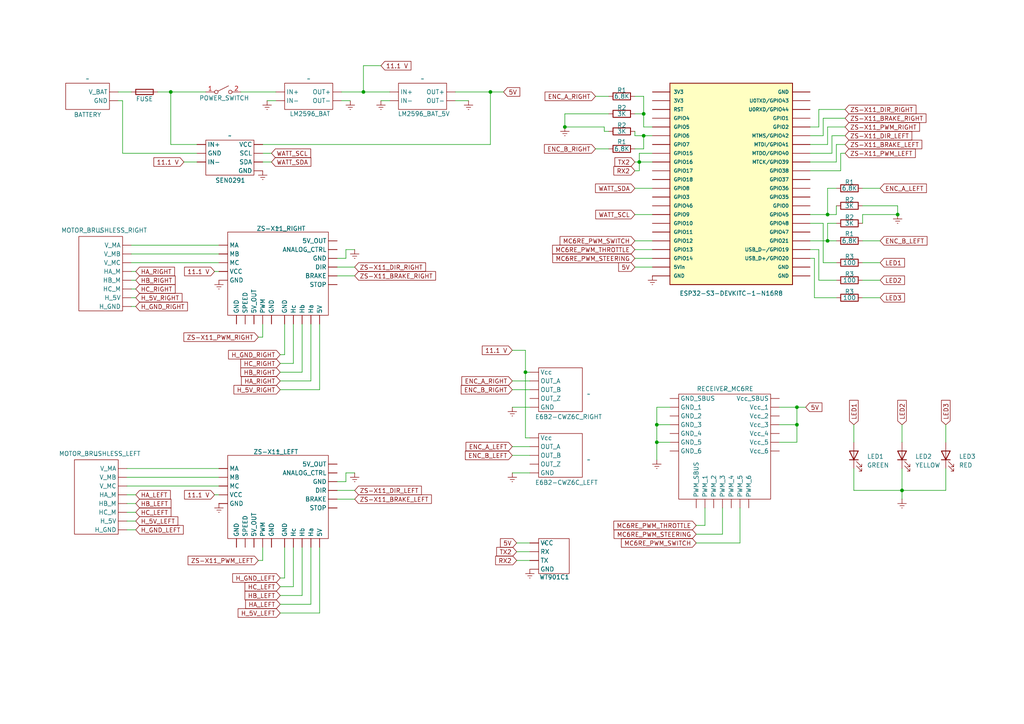
<source format=kicad_sch>
(kicad_sch (version 20250114) (generator "eeschema") (generator_version "9.0")
  (paper "A4")
  (title_block (title "Diseño electrónico Robot autobalanceado"))
  (lib_symbols
    (symbol "Device:Fuse" (pin_numbers (hide yes)) (pin_names (offset 0))
      (property "Reference" "F" (at 2.032 0 90))
      (property "Value" "Fuse" (at -1.905 0 90))
      (symbol "Fuse_0_1"
        (rectangle (start -0.762 -2.54) (end 0.762 2.54) (stroke (width 0.254)))
        (polyline (pts (xy 0 2.54) (xy 0 -2.54)))
      )
      (symbol "Fuse_1_1"
        (pin passive line (at 0 3.81 270) (length 1.27) (name "~") (number "1"))
        (pin passive line (at 0 -3.81 90) (length 1.27) (name "~") (number "2"))
      )
    )
    (symbol "Device:LED" (pin_numbers (hide yes)) (pin_names (offset 1.016) (hide yes))
      (property "Reference" "D" (at 0 2.54 0))
      (property "Value" "LED" (at 0 -2.54 0))
      (symbol "LED_0_1"
        (polyline (pts (xy -3.048 -0.762) (xy -4.572 -2.286) (xy -3.81 -2.286) (xy -4.572 -2.286) (xy -4.572 -1.524)))
        (polyline (pts (xy -1.778 -0.762) (xy -3.302 -2.286) (xy -2.54 -2.286) (xy -3.302 -2.286) (xy -3.302 -1.524)))
        (polyline (pts (xy -1.27 0) (xy 1.27 0)))
        (polyline (pts (xy -1.27 -1.27) (xy -1.27 1.27)) (stroke (width 0.254)))
        (polyline (pts (xy 1.27 -1.27) (xy 1.27 1.27) (xy -1.27 0) (xy 1.27 -1.27)) (stroke (width 0.254)))
      )
      (symbol "LED_1_1"
        (pin passive line (at -3.81 0 0) (length 2.54) (name "K") (number "1"))
        (pin passive line (at 3.81 0 180) (length 2.54) (name "A") (number "2"))
      )
    )
    (symbol "Device:R" (pin_numbers (hide yes)) (pin_names (offset 0))
      (property "Reference" "R" (at 2.032 0 90))
      (property "Value" "R" (at 0 0 90))
      (symbol "R_0_1"
        (rectangle (start -1.016 -2.54) (end 1.016 2.54) (stroke (width 0.254)))
      )
      (symbol "R_1_1"
        (pin passive line (at 0 3.81 270) (length 1.27) (name "~") (number "1"))
        (pin passive line (at 0 -3.81 90) (length 1.27) (name "~") (number "2"))
      )
    )
    (symbol "E6B2-CWZ6C_1"
      (property "Reference" "E6B2-CWZ6C" (at 1.27 -15.24 0))
      (symbol "E6B2-CWZ6C_1_0_1"
        (rectangle (start -5.08 -1.27) (end 7.62 -13.97))
      )
      (symbol "E6B2-CWZ6C_1_1_1"
        (pin power_in line (at -7.62 -2.54 0) (length 2.54) (name "Vcc") (number ""))
        (pin output line (at -7.62 -5.08 0) (length 2.54) (name "OUT_A") (number ""))
        (pin output line (at -7.62 -7.62 0) (length 2.54) (name "OUT_B") (number ""))
        (pin output line (at -7.62 -10.16 0) (length 2.54) (name "OUT_Z") (number ""))
        (pin power_in line (at -7.62 -12.7 0) (length 2.54) (name "GND") (number ""))
      )
    )
    (symbol "ESP32-S3-DEVKITC-1-N8R2:ESP32-S3-DEVKITC-1-N16R8" (pin_names (offset 1.016))
      (property "Value" "ESP32-S3-DEVKITC-1-N16R8" (at 0 -27.94 0))
      (symbol "ESP32-S3-DEVKITC-1-N16R8_0_0"
        (rectangle (start -17.78 33.02) (end 17.78 -25.4) (stroke (width 0.254)) (fill (type background)))
      )
      (symbol "ESP32-S3-DEVKITC-1-N16R8_1_0"
        (pin power_in line (at -22.86 30.48 0) (length 5.08) (name "3V3") (number ""))
        (pin power_in line (at -22.86 27.94 0) (length 5.08) (name "3V3") (number ""))
        (pin input line (at -22.86 25.4 0) (length 5.08) (name "RST") (number ""))
        (pin bidirectional line (at -22.86 22.86 0) (length 5.08) (name "GPIO4") (number ""))
        (pin bidirectional line (at -22.86 20.32 0) (length 5.08) (name "GPIO5") (number ""))
        (pin bidirectional line (at -22.86 17.78 0) (length 5.08) (name "GPIO6") (number ""))
        (pin bidirectional line (at -22.86 15.24 0) (length 5.08) (name "GPIO7") (number ""))
        (pin bidirectional line (at -22.86 12.7 0) (length 5.08) (name "GPIO15") (number ""))
        (pin bidirectional line (at -22.86 10.16 0) (length 5.08) (name "GPIO16") (number ""))
        (pin bidirectional line (at -22.86 7.62 0) (length 5.08) (name "GPIO17") (number ""))
        (pin bidirectional line (at -22.86 5.08 0) (length 5.08) (name "GPIO18") (number ""))
        (pin bidirectional line (at -22.86 2.54 0) (length 5.08) (name "GPIO8") (number ""))
        (pin bidirectional line (at -22.86 0 0) (length 5.08) (name "GPIO3") (number ""))
        (pin bidirectional line (at -22.86 -2.54 0) (length 5.08) (name "GPIO46") (number ""))
        (pin bidirectional line (at -22.86 -5.08 0) (length 5.08) (name "GPIO9") (number ""))
        (pin bidirectional line (at -22.86 -7.62 0) (length 5.08) (name "GPIO10") (number ""))
        (pin bidirectional line (at -22.86 -10.16 0) (length 5.08) (name "GPIO11") (number ""))
        (pin bidirectional line (at -22.86 -12.7 0) (length 5.08) (name "GPIO12") (number ""))
        (pin bidirectional line (at -22.86 -15.24 0) (length 5.08) (name "GPIO13") (number ""))
        (pin bidirectional line (at -22.86 -17.78 0) (length 5.08) (name "GPIO14") (number ""))
        (pin power_in line (at -22.86 -20.32 0) (length 5.08) (name "5Vin") (number ""))
        (pin power_in line (at -22.86 -22.86 0) (length 5.08) (name "GND") (number ""))
        (pin power_in line (at 22.86 30.48 180) (length 5.08) (name "GND") (number ""))
        (pin bidirectional line (at 22.86 27.94 180) (length 5.08) (name "U0TXD/GPIO43") (number ""))
        (pin bidirectional line (at 22.86 25.4 180) (length 5.08) (name "U0RXD/GPIO44") (number ""))
        (pin bidirectional line (at 22.86 22.86 180) (length 5.08) (name "GPIO1") (number ""))
        (pin bidirectional line (at 22.86 20.32 180) (length 5.08) (name "GPIO2") (number ""))
        (pin bidirectional line (at 22.86 17.78 180) (length 5.08) (name "MTMS/GPIO42") (number ""))
        (pin bidirectional line (at 22.86 15.24 180) (length 5.08) (name "MTDI/GPIO41") (number ""))
        (pin bidirectional line (at 22.86 12.7 180) (length 5.08) (name "MTDO/GPIO40") (number ""))
        (pin bidirectional line (at 22.86 10.16 180) (length 5.08) (name "MTCK/GPIO39") (number ""))
        (pin bidirectional line (at 22.86 7.62 180) (length 5.08) (name "GPIO38") (number ""))
        (pin bidirectional line (at 22.86 5.08 180) (length 5.08) (name "GPIO37") (number ""))
        (pin bidirectional line (at 22.86 2.54 180) (length 5.08) (name "GPIO36") (number ""))
        (pin bidirectional line (at 22.86 0 180) (length 5.08) (name "GPIO35") (number ""))
        (pin bidirectional line (at 22.86 -2.54 180) (length 5.08) (name "GPIO0") (number ""))
        (pin bidirectional line (at 22.86 -5.08 180) (length 5.08) (name "GPIO45") (number ""))
        (pin bidirectional line (at 22.86 -7.62 180) (length 5.08) (name "GPIO48") (number ""))
        (pin bidirectional line (at 22.86 -10.16 180) (length 5.08) (name "GPIO47") (number ""))
        (pin bidirectional line (at 22.86 -12.7 180) (length 5.08) (name "GPIO21") (number ""))
        (pin bidirectional line (at 22.86 -15.24 180) (length 5.08) (name "USB_D-/GPIO19") (number ""))
        (pin bidirectional line (at 22.86 -17.78 180) (length 5.08) (name "USB_D+/GPIO20") (number ""))
        (pin power_in line (at 22.86 -20.32 180) (length 5.08) (name "GND") (number ""))
        (pin power_in line (at 22.86 -22.86 180) (length 5.08) (name "GND") (number ""))
      )
    )
    (symbol "LM295_1"
      (property "Reference" "LM295" (at 2.032 -1.524 0))
      (symbol "LM295_1_0_1"
        (rectangle (start -5.08 -2.54) (end 8.89 -10.16))
      )
      (symbol "LM295_1_1_1"
        (pin power_in line (at -7.62 -5.08 0) (length 2.54) (name "IN+") (number ""))
        (pin power_in line (at -7.62 -7.62 0) (length 2.54) (name "IN-") (number ""))
        (pin power_in line (at 11.43 -5.08 180) (length 2.54) (name "OUT+") (number ""))
        (pin power_in line (at 11.43 -7.62 180) (length 2.54) (name "OUT-") (number ""))
      )
    )
    (symbol "MOTOR_BRUSSLESS_1"
      (property "Reference" "MOTOR_BRUSHLESS_LEFT1" (at -1.524 -2.032 0))
      (property "Value" "~" (at -2.54 -2.54 0))
      (symbol "MOTOR_BRUSSLESS_1_0_1"
        (rectangle (start -8.89 -3.81) (end 3.81 -25.4))
      )
      (symbol "MOTOR_BRUSSLESS_1_1_1"
        (pin power_in line (at 6.35 -6.35 180) (length 2.54) (name "V_MA") (number ""))
        (pin power_in line (at 6.35 -8.89 180) (length 2.54) (name "V_MB") (number ""))
        (pin power_in line (at 6.35 -11.43 180) (length 2.54) (name "V_MC") (number ""))
        (pin output line (at 6.35 -13.97 180) (length 2.54) (name "HA_M") (number ""))
        (pin output line (at 6.35 -16.51 180) (length 2.54) (name "HB_M") (number ""))
        (pin output line (at 6.35 -19.05 180) (length 2.54) (name "HC_M") (number ""))
        (pin power_in line (at 6.35 -21.59 180) (length 2.54) (name "H_5V") (number ""))
        (pin power_in line (at 6.35 -24.13 180) (length 2.54) (name "H_GND") (number ""))
      )
    )
    (symbol "MOTOR_BRUSSLESS_2"
      (property "Reference" "MOTOR_BRUSHLESS_LEFT1" (at -1.524 -2.032 0))
      (property "Value" "~" (at -2.54 -2.54 0))
      (symbol "MOTOR_BRUSSLESS_2_0_1"
        (rectangle (start -8.89 -3.81) (end 3.81 -25.4))
      )
      (symbol "MOTOR_BRUSSLESS_2_1_1"
        (pin power_in line (at 6.35 -6.35 180) (length 2.54) (name "V_MA") (number ""))
        (pin power_in line (at 6.35 -8.89 180) (length 2.54) (name "V_MB") (number ""))
        (pin power_in line (at 6.35 -11.43 180) (length 2.54) (name "V_MC") (number ""))
        (pin output line (at 6.35 -13.97 180) (length 2.54) (name "HA_M") (number ""))
        (pin output line (at 6.35 -16.51 180) (length 2.54) (name "HB_M") (number ""))
        (pin output line (at 6.35 -19.05 180) (length 2.54) (name "HC_M") (number ""))
        (pin power_in line (at 6.35 -21.59 180) (length 2.54) (name "H_5V") (number ""))
        (pin power_in line (at 6.35 -24.13 180) (length 2.54) (name "H_GND") (number ""))
      )
    )
    (symbol "Switch:SW_DPST_x2" (pin_names (offset 0) (hide yes))
      (property "Reference" "SW" (at 0 3.175 0))
      (property "Value" "SW_DPST_x2" (at 0 -2.54 0))
      (symbol "SW_DPST_x2_0_0"
        (circle (center -2.032 0) (radius 0.508))
        (polyline (pts (xy -1.524 0.254) (xy 1.524 1.778)))
        (circle (center 2.032 0) (radius 0.508))
      )
      (symbol "SW_DPST_x2_1_1"
        (pin passive line (at -5.08 0 0) (length 2.54) (name "A") (number "1"))
        (pin passive line (at 5.08 0 180) (length 2.54) (name "B") (number "2"))
      )
      (symbol "SW_DPST_x2_2_1"
        (pin passive line (at -5.08 0 0) (length 2.54) (name "A") (number "3"))
        (pin passive line (at 5.08 0 180) (length 2.54) (name "B") (number "4"))
      )
    )
    (symbol "ZS-X11_1"
      (property "Reference" "ZS-X11" (at -9.652 -1.016 0))
      (symbol "ZS-X11_1_0_1"
        (rectangle (start -24.13 -2.54) (end 5.08 -26.67))
      )
      (symbol "ZS-X11_1_1_0"
        (pin power_in line (at -26.67 -6.35 0) (length 2.54) (name "MA") (number ""))
        (pin power_out line (at -26.67 -8.89 0) (length 2.54) (name "MB") (number ""))
        (pin power_in line (at -26.67 -11.43 0) (length 2.54) (name "MC") (number ""))
        (pin power_in line (at -26.67 -13.97 0) (length 2.54) (name "VCC") (number ""))
        (pin power_in line (at -26.67 -16.51 0) (length 2.54) (name "GND") (number ""))
        (pin power_out line (at -21.59 -29.21 90) (length 2.54) (name "GND") (number ""))
        (pin input line (at -19.05 -29.21 90) (length 2.54) (name "SPEED") (number ""))
        (pin power_out line (at -16.51 -29.21 90) (length 2.54) (name "5V_OUT") (number ""))
        (pin power_out line (at -13.97 -29.21 90) (length 2.54) (name "PWM") (number ""))
        (pin power_out line (at -11.43 -29.21 90) (length 2.54) (name "GND") (number ""))
        (pin power_out line (at -7.62 -29.21 90) (length 2.54) (name "GND") (number ""))
        (pin output line (at -5.08 -29.21 90) (length 2.54) (name "Hc") (number ""))
        (pin output line (at -2.54 -29.21 90) (length 2.54) (name "Hb") (number ""))
        (pin output line (at 0 -29.21 90) (length 2.54) (name "Ha") (number ""))
        (pin power_out line (at 2.54 -29.21 90) (length 2.54) (name "5V") (number ""))
        (pin power_in line (at 7.62 -10.16 180) (length 2.54) (name "GND") (number ""))
        (pin input line (at 7.62 -12.7 180) (length 2.54) (name "DIR") (number ""))
        (pin input line (at 7.62 -15.24 180) (length 2.54) (name "BRAKE") (number ""))
        (pin input line (at 7.62 -17.78 180) (length 2.54) (name "STOP") (number ""))
      )
      (symbol "ZS-X11_1_1_1"
        (pin power_out line (at 7.62 -5.08 180) (length 2.54) (name "5V_OUT") (number ""))
        (pin output line (at 7.62 -7.62 180) (length 2.54) (name "ANALOG_CTRL") (number ""))
      )
    )
    (symbol "mario:BATERIA"
      (property "Reference" "BATTERY" (at 0 0 0))
      (symbol "BATERIA_0_1"
        (rectangle (start -6.35 -1.27) (end 6.35 -8.89))
      )
      (symbol "BATERIA_1_1"
        (pin input line (at 8.89 -3.81 180) (length 2.54) (name "V_BAT") (number ""))
        (pin input line (at 8.89 -6.35 180) (length 2.54) (name "GND") (number ""))
      )
    )
    (symbol "mario:E6B2-CWZ6C"
      (property "Reference" "E6B2-CWZ6C" (at 1.27 -15.24 0))
      (symbol "E6B2-CWZ6C_0_1"
        (rectangle (start -5.08 -1.27) (end 7.62 -13.97))
      )
      (symbol "E6B2-CWZ6C_1_1"
        (pin power_in line (at -7.62 -2.54 0) (length 2.54) (name "Vcc") (number ""))
        (pin output line (at -7.62 -5.08 0) (length 2.54) (name "OUT_A") (number ""))
        (pin output line (at -7.62 -7.62 0) (length 2.54) (name "OUT_B") (number ""))
        (pin output line (at -7.62 -10.16 0) (length 2.54) (name "OUT_Z") (number ""))
        (pin power_in line (at -7.62 -12.7 0) (length 2.54) (name "GND") (number ""))
      )
    )
    (symbol "mario:LM295"
      (property "Reference" "LM295" (at 2.032 -1.524 0))
      (symbol "LM295_0_1"
        (rectangle (start -5.08 -2.54) (end 8.89 -10.16))
      )
      (symbol "LM295_1_1"
        (pin power_in line (at -7.62 -5.08 0) (length 2.54) (name "IN+") (number ""))
        (pin power_in line (at -7.62 -7.62 0) (length 2.54) (name "IN-") (number ""))
        (pin power_in line (at 11.43 -5.08 180) (length 2.54) (name "OUT+") (number ""))
        (pin power_in line (at 11.43 -7.62 180) (length 2.54) (name "OUT-") (number ""))
      )
    )
    (symbol "mario:MC6RE"
      (symbol "MC6RE_0_1"
        (rectangle (start -21.59 6.35) (end 5.08 -24.13))
      )
      (symbol "MC6RE_1_1"
        (pin power_in line (at -24.13 5.08 0) (length 2.54) (name "GND_SBUS") (number ""))
        (pin power_in line (at -24.13 2.54 0) (length 2.54) (name "GND_1") (number ""))
        (pin power_in line (at -24.13 0 0) (length 2.54) (name "GND_2") (number ""))
        (pin power_in line (at -24.13 -2.54 0) (length 2.54) (name "GND_3") (number ""))
        (pin power_in line (at -24.13 -5.08 0) (length 2.54) (name "GND_4") (number ""))
        (pin power_in line (at -24.13 -7.62 0) (length 2.54) (name "GND_5") (number ""))
        (pin power_in line (at -24.13 -10.16 0) (length 2.54) (name "GND_6") (number ""))
        (pin power_in line (at -16.51 -26.67 90) (length 2.54) (name "PWM_SBUS") (number ""))
        (pin power_in line (at -13.97 -26.67 90) (length 2.54) (name "PWM_1") (number ""))
        (pin power_in line (at -11.43 -26.67 90) (length 2.54) (name "PWM_2") (number ""))
        (pin power_in line (at -8.89 -26.67 90) (length 2.54) (name "PWM_3") (number ""))
        (pin power_in line (at -6.35 -26.67 90) (length 2.54) (name "PWM_4") (number ""))
        (pin power_in line (at -3.81 -26.67 90) (length 2.54) (name "PWM_5") (number ""))
        (pin power_in line (at -1.27 -26.67 90) (length 2.54) (name "PWM_6") (number ""))
        (pin power_in line (at 7.62 5.08 180) (length 2.54) (name "Vcc_SBUS") (number ""))
        (pin power_in line (at 7.62 2.54 180) (length 2.54) (name "Vcc_1") (number ""))
        (pin power_in line (at 7.62 0 180) (length 2.54) (name "Vcc_2") (number ""))
        (pin power_in line (at 7.62 -2.54 180) (length 2.54) (name "Vcc_3") (number ""))
        (pin power_in line (at 7.62 -5.08 180) (length 2.54) (name "Vcc_4") (number ""))
        (pin power_in line (at 7.62 -7.62 180) (length 2.54) (name "Vcc_5") (number ""))
        (pin power_in line (at 7.62 -10.16 180) (length 2.54) (name "Vcc_6") (number ""))
      )
    )
    (symbol "mario:SEN0291"
      (property "Reference" "SEN0291" (at 2.032 -15.494 0))
      (property "Value" "~" (at 1.905 -2.54 0))
      (symbol "SEN0291_0_1"
        (rectangle (start -5.08 -3.81) (end 8.89 -13.97))
      )
      (symbol "SEN0291_1_0"
        (pin power_in line (at -7.62 -7.62 0) (length 2.54) (name "GND") (number ""))
        (pin output line (at 11.43 -7.62 180) (length 2.54) (name "SCL") (number ""))
        (pin bidirectional line (at 11.43 -10.16 180) (length 2.54) (name "SDA") (number ""))
      )
      (symbol "SEN0291_1_1"
        (pin input line (at -7.62 -5.08 0) (length 2.54) (name "IN+") (number ""))
        (pin input line (at -7.62 -10.16 0) (length 2.54) (name "IN-") (number ""))
        (pin power_in line (at 11.43 -5.08 180) (length 2.54) (name "VCC") (number ""))
        (pin power_in line (at 11.43 -12.7 180) (length 2.54) (name "GND") (number ""))
      )
    )
    (symbol "mario:WT901C"
      (property "Reference" "WT901C1" (at 2.032 -11.176 0))
      (property "Value" "~" (at -0.635 -1.27 0))
      (symbol "WT901C_0_1"
        (rectangle (start 6.35 -10.16) (end -2.54 0))
      )
      (symbol "WT901C_1_0"
        (pin output line (at -5.08 -6.35 0) (length 2.54) (name "TX") (number ""))
        (pin power_in line (at -5.08 -8.89 0) (length 2.54) (name "GND") (number ""))
      )
      (symbol "WT901C_1_1"
        (pin power_in line (at -5.08 -1.27 0) (length 2.54) (name "VCC") (number ""))
        (pin input line (at -5.08 -3.81 0) (length 2.54) (name "RX") (number ""))
      )
    )
    (symbol "mario:ZS-X11"
      (property "Reference" "ZS-X11" (at -9.652 -1.016 0))
      (symbol "ZS-X11_0_1"
        (rectangle (start -24.13 -2.54) (end 5.08 -26.67))
      )
      (symbol "ZS-X11_1_0"
        (pin power_in line (at -26.67 -6.35 0) (length 2.54) (name "MA") (number ""))
        (pin power_out line (at -26.67 -8.89 0) (length 2.54) (name "MB") (number ""))
        (pin power_in line (at -26.67 -11.43 0) (length 2.54) (name "MC") (number ""))
        (pin power_in line (at -26.67 -13.97 0) (length 2.54) (name "VCC") (number ""))
        (pin power_in line (at -26.67 -16.51 0) (length 2.54) (name "GND") (number ""))
        (pin power_out line (at -21.59 -29.21 90) (length 2.54) (name "GND") (number ""))
        (pin input line (at -19.05 -29.21 90) (length 2.54) (name "SPEED") (number ""))
        (pin power_out line (at -16.51 -29.21 90) (length 2.54) (name "5V_OUT") (number ""))
        (pin power_out line (at -13.97 -29.21 90) (length 2.54) (name "PWM") (number ""))
        (pin power_out line (at -11.43 -29.21 90) (length 2.54) (name "GND") (number ""))
        (pin power_out line (at -7.62 -29.21 90) (length 2.54) (name "GND") (number ""))
        (pin output line (at -5.08 -29.21 90) (length 2.54) (name "Hc") (number ""))
        (pin output line (at -2.54 -29.21 90) (length 2.54) (name "Hb") (number ""))
        (pin output line (at 0 -29.21 90) (length 2.54) (name "Ha") (number ""))
        (pin power_out line (at 2.54 -29.21 90) (length 2.54) (name "5V") (number ""))
        (pin power_in line (at 7.62 -10.16 180) (length 2.54) (name "GND") (number ""))
        (pin input line (at 7.62 -12.7 180) (length 2.54) (name "DIR") (number ""))
        (pin input line (at 7.62 -15.24 180) (length 2.54) (name "BRAKE") (number ""))
        (pin input line (at 7.62 -17.78 180) (length 2.54) (name "STOP") (number ""))
      )
      (symbol "ZS-X11_1_1"
        (pin power_out line (at 7.62 -5.08 180) (length 2.54) (name "5V_OUT") (number ""))
        (pin output line (at 7.62 -7.62 180) (length 2.54) (name "ANALOG_CTRL") (number ""))
      )
    )
    (symbol "power:Earth" (power) (pin_numbers (hide yes)) (pin_names (offset 0) (hide yes))
      (property "Value" "Earth" (at 0 -3.81 0))
      (symbol "Earth_0_1"
        (polyline (pts (xy -0.635 -1.905) (xy 0.635 -1.905)))
        (polyline (pts (xy -0.127 -2.54) (xy 0.127 -2.54)))
        (polyline (pts (xy 0 -1.27) (xy 0 0)))
        (polyline (pts (xy 1.27 -1.27) (xy -1.27 -1.27)))
      )
      (symbol "Earth_1_1"
        (pin power_in line (at 0 0 270) (length 0) (name "~") (number "1"))
      )
    )
  )
  (junction (at 105.41 26.67))
  (junction (at 186.69 33.02))
  (junction (at 163.83 36.83))
  (junction (at 142.24 26.67))
  (junction (at 186.69 39.37))
  (junction (at 231.14 123.19))
  (junction (at 185.42 46.99))
  (junction (at 49.53 26.67))
  (junction (at 240.03 62.23))
  (junction (at 261.62 142.24))
  (junction (at 190.5 123.19))
  (junction (at 260.35 62.23))
  (junction (at 190.5 128.27))
  (junction (at 240.03 69.85))
  (junction (at 231.14 118.11))
  (junction (at 152.4 107.95))
  (wire (pts (xy 238.76 39.37) (xy 234.95 39.37)))
  (wire (pts (xy 110.49 19.05) (xy 105.41 19.05)))
  (wire (pts (xy 241.3 44.45) (xy 234.95 44.45)))
  (wire (pts (xy 190.5 128.27) (xy 194.31 128.27)))
  (wire (pts (xy 185.42 46.99) (xy 189.23 46.99)))
  (wire (pts (xy 85.09 93.98) (xy 85.09 105.41)))
  (wire (pts (xy 204.47 147.32) (xy 204.47 152.4)))
  (wire (pts (xy 105.41 19.05) (xy 105.41 26.67)))
  (wire (pts (xy 36.83 138.43) (xy 63.5 138.43)))
  (wire (pts (xy 49.53 26.67) (xy 59.69 26.67)))
  (wire (pts (xy 175.26 38.1) (xy 176.53 38.1)))
  (wire (pts (xy 184.15 27.94) (xy 186.69 27.94)))
  (wire (pts (xy 97.79 77.47) (xy 102.87 77.47)))
  (wire (pts (xy 250.19 64.77) (xy 250.19 62.23)))
  (wire (pts (xy 81.28 177.8) (xy 92.71 177.8)))
  (wire (pts (xy 186.69 27.94) (xy 186.69 33.02)))
  (wire (pts (xy 69.85 26.67) (xy 80.01 26.67)))
  (wire (pts (xy 242.57 76.2) (xy 238.76 76.2)))
  (wire (pts (xy 185.42 49.53) (xy 185.42 46.99)))
  (wire (pts (xy 76.2 97.79) (xy 74.93 97.79)))
  (wire (pts (xy 240.03 36.83) (xy 245.11 36.83)))
  (wire (pts (xy 76.2 44.45) (xy 78.74 44.45)))
  (wire (pts (xy 81.28 105.41) (xy 85.09 105.41)))
  (wire (pts (xy 243.84 44.45) (xy 243.84 49.53)))
  (wire (pts (xy 242.57 46.99) (xy 234.95 46.99)))
  (wire (pts (xy 99.06 26.67) (xy 105.41 26.67)))
  (wire (pts (xy 274.32 123.19) (xy 274.32 128.27)))
  (wire (pts (xy 38.1 71.12) (xy 63.5 71.12)))
  (wire (pts (xy 184.15 49.53) (xy 185.42 49.53)))
  (wire (pts (xy 250.19 54.61) (xy 255.27 54.61)))
  (wire (pts (xy 87.63 93.98) (xy 87.63 107.95)))
  (wire (pts (xy 238.76 34.29) (xy 238.76 39.37)))
  (wire (pts (xy 81.28 167.64) (xy 82.55 167.64)))
  (wire (pts (xy 237.49 72.39) (xy 234.95 72.39)))
  (wire (pts (xy 81.28 170.18) (xy 85.09 170.18)))
  (wire (pts (xy 62.23 143.51) (xy 63.5 143.51)))
  (wire (pts (xy 148.59 132.08) (xy 153.67 132.08)))
  (wire (pts (xy 175.26 38.1) (xy 175.26 36.83)))
  (wire (pts (xy 76.2 41.91) (xy 142.24 41.91)))
  (wire (pts (xy 201.93 154.94) (xy 209.55 154.94)))
  (wire (pts (xy 185.42 44.45) (xy 189.23 44.45)))
  (wire (pts (xy 231.14 123.19) (xy 231.14 118.11)))
  (wire (pts (xy 226.06 118.11) (xy 231.14 118.11)))
  (wire (pts (xy 148.59 101.6) (xy 152.4 101.6)))
  (wire (pts (xy 100.33 137.16) (xy 102.87 137.16)))
  (wire (pts (xy 176.53 33.02) (xy 163.83 33.02)))
  (wire (pts (xy 36.83 153.67) (xy 39.37 153.67)))
  (wire (pts (xy 237.49 31.75) (xy 245.11 31.75)))
  (wire (pts (xy 184.15 43.18) (xy 186.69 43.18)))
  (wire (pts (xy 234.95 62.23) (xy 240.03 62.23)))
  (wire (pts (xy 241.3 39.37) (xy 241.3 44.45)))
  (wire (pts (xy 243.84 49.53) (xy 234.95 49.53)))
  (wire (pts (xy 184.15 54.61) (xy 189.23 54.61)))
  (wire (pts (xy 260.35 59.69) (xy 260.35 62.23)))
  (wire (pts (xy 36.83 148.59) (xy 39.37 148.59)))
  (wire (pts (xy 100.33 72.39) (xy 102.87 72.39)))
  (wire (pts (xy 184.15 33.02) (xy 186.69 33.02)))
  (wire (pts (xy 76.2 93.98) (xy 76.2 97.79)))
  (wire (pts (xy 97.79 144.78) (xy 102.87 144.78)))
  (wire (pts (xy 234.95 69.85) (xy 240.03 69.85)))
  (wire (pts (xy 110.49 29.21) (xy 113.03 29.21)))
  (wire (pts (xy 250.19 59.69) (xy 260.35 59.69)))
  (wire (pts (xy 236.22 86.36) (xy 236.22 74.93)))
  (wire (pts (xy 38.1 86.36) (xy 39.37 86.36)))
  (wire (pts (xy 242.57 41.91) (xy 242.57 46.99)))
  (wire (pts (xy 100.33 72.39) (xy 100.33 74.93)))
  (wire (pts (xy 87.63 107.95) (xy 81.28 107.95)))
  (wire (pts (xy 149.86 162.56) (xy 153.67 162.56)))
  (wire (pts (xy 226.06 128.27) (xy 231.14 128.27)))
  (wire (pts (xy 90.17 93.98) (xy 90.17 110.49)))
  (wire (pts (xy 184.15 62.23) (xy 189.23 62.23)))
  (wire (pts (xy 34.29 26.67) (xy 38.1 26.67)))
  (wire (pts (xy 241.3 39.37) (xy 245.11 39.37)))
  (wire (pts (xy 35.56 29.21) (xy 35.56 44.45)))
  (wire (pts (xy 250.19 86.36) (xy 255.27 86.36)))
  (wire (pts (xy 148.59 113.03) (xy 153.67 113.03)))
  (wire (pts (xy 231.14 118.11) (xy 233.68 118.11)))
  (wire (pts (xy 190.5 123.19) (xy 194.31 123.19)))
  (wire (pts (xy 148.59 129.54) (xy 153.67 129.54)))
  (wire (pts (xy 38.1 76.2) (xy 63.5 76.2)))
  (wire (pts (xy 152.4 107.95) (xy 153.67 107.95)))
  (wire (pts (xy 186.69 39.37) (xy 189.23 39.37)))
  (wire (pts (xy 184.15 39.37) (xy 186.69 39.37)))
  (wire (pts (xy 184.15 69.85) (xy 189.23 69.85)))
  (wire (pts (xy 45.72 26.67) (xy 49.53 26.67)))
  (wire (pts (xy 57.15 41.91) (xy 49.53 41.91)))
  (wire (pts (xy 153.67 127) (xy 152.4 127)))
  (wire (pts (xy 76.2 46.99) (xy 78.74 46.99)))
  (wire (pts (xy 238.76 64.77) (xy 234.95 64.77)))
  (wire (pts (xy 250.19 62.23) (xy 260.35 62.23)))
  (wire (pts (xy 148.59 110.49) (xy 153.67 110.49)))
  (wire (pts (xy 81.28 175.26) (xy 90.17 175.26)))
  (wire (pts (xy 201.93 157.48) (xy 214.63 157.48)))
  (wire (pts (xy 77.47 29.21) (xy 80.01 29.21)))
  (wire (pts (xy 36.83 146.05) (xy 39.37 146.05)))
  (wire (pts (xy 90.17 175.26) (xy 90.17 158.75)))
  (wire (pts (xy 172.72 27.94) (xy 176.53 27.94)))
  (wire (pts (xy 231.14 128.27) (xy 231.14 123.19)))
  (wire (pts (xy 226.06 123.19) (xy 231.14 123.19)))
  (wire (pts (xy 240.03 64.77) (xy 240.03 69.85)))
  (wire (pts (xy 38.1 88.9) (xy 39.37 88.9)))
  (wire (pts (xy 152.4 127) (xy 152.4 107.95)))
  (wire (pts (xy 38.1 73.66) (xy 63.5 73.66)))
  (wire (pts (xy 142.24 26.67) (xy 146.05 26.67)))
  (wire (pts (xy 247.65 135.89) (xy 247.65 142.24)))
  (wire (pts (xy 186.69 36.83) (xy 189.23 36.83)))
  (wire (pts (xy 148.59 137.16) (xy 153.67 137.16)))
  (wire (pts (xy 274.32 135.89) (xy 274.32 142.24)))
  (wire (pts (xy 238.76 76.2) (xy 238.76 64.77)))
  (wire (pts (xy 237.49 31.75) (xy 237.49 36.83)))
  (wire (pts (xy 243.84 44.45) (xy 245.11 44.45)))
  (wire (pts (xy 87.63 158.75) (xy 87.63 172.72)))
  (wire (pts (xy 34.29 29.21) (xy 35.56 29.21)))
  (wire (pts (xy 49.53 41.91) (xy 49.53 26.67)))
  (wire (pts (xy 274.32 142.24) (xy 261.62 142.24)))
  (wire (pts (xy 242.57 54.61) (xy 240.03 54.61)))
  (wire (pts (xy 240.03 69.85) (xy 242.57 69.85)))
  (wire (pts (xy 186.69 33.02) (xy 186.69 36.83)))
  (wire (pts (xy 36.83 135.89) (xy 63.5 135.89)))
  (wire (pts (xy 149.86 160.02) (xy 153.67 160.02)))
  (wire (pts (xy 148.59 118.11) (xy 153.67 118.11)))
  (wire (pts (xy 238.76 34.29) (xy 245.11 34.29)))
  (wire (pts (xy 38.1 78.74) (xy 39.37 78.74)))
  (wire (pts (xy 85.09 170.18) (xy 85.09 158.75)))
  (wire (pts (xy 132.08 26.67) (xy 142.24 26.67)))
  (wire (pts (xy 74.93 162.56) (xy 76.2 162.56)))
  (wire (pts (xy 204.47 152.4) (xy 201.93 152.4)))
  (wire (pts (xy 240.03 54.61) (xy 240.03 62.23)))
  (wire (pts (xy 236.22 74.93) (xy 234.95 74.93)))
  (wire (pts (xy 184.15 77.47) (xy 189.23 77.47)))
  (wire (pts (xy 240.03 62.23) (xy 242.57 62.23)))
  (wire (pts (xy 97.79 139.7) (xy 100.33 139.7)))
  (wire (pts (xy 81.28 110.49) (xy 90.17 110.49)))
  (wire (pts (xy 36.83 151.13) (xy 39.37 151.13)))
  (wire (pts (xy 190.5 118.11) (xy 190.5 123.19)))
  (wire (pts (xy 149.86 157.48) (xy 153.67 157.48)))
  (wire (pts (xy 250.19 69.85) (xy 255.27 69.85)))
  (wire (pts (xy 190.5 123.19) (xy 190.5 128.27)))
  (wire (pts (xy 81.28 102.87) (xy 82.55 102.87)))
  (wire (pts (xy 175.26 36.83) (xy 163.83 36.83)))
  (wire (pts (xy 97.79 142.24) (xy 102.87 142.24)))
  (wire (pts (xy 237.49 81.28) (xy 237.49 72.39)))
  (wire (pts (xy 152.4 101.6) (xy 152.4 107.95)))
  (wire (pts (xy 82.55 93.98) (xy 82.55 102.87)))
  (wire (pts (xy 237.49 81.28) (xy 242.57 81.28)))
  (wire (pts (xy 255.27 76.2) (xy 250.19 76.2)))
  (wire (pts (xy 53.34 46.99) (xy 57.15 46.99)))
  (wire (pts (xy 242.57 64.77) (xy 240.03 64.77)))
  (wire (pts (xy 261.62 123.19) (xy 261.62 128.27)))
  (wire (pts (xy 184.15 72.39) (xy 189.23 72.39)))
  (wire (pts (xy 35.56 44.45) (xy 57.15 44.45)))
  (wire (pts (xy 82.55 158.75) (xy 82.55 167.64)))
  (wire (pts (xy 184.15 38.1) (xy 184.15 39.37)))
  (wire (pts (xy 163.83 33.02) (xy 163.83 36.83)))
  (wire (pts (xy 38.1 81.28) (xy 39.37 81.28)))
  (wire (pts (xy 242.57 41.91) (xy 245.11 41.91)))
  (wire (pts (xy 87.63 172.72) (xy 81.28 172.72)))
  (wire (pts (xy 240.03 36.83) (xy 240.03 41.91)))
  (wire (pts (xy 190.5 128.27) (xy 190.5 133.35)))
  (wire (pts (xy 261.62 135.89) (xy 261.62 142.24)))
  (wire (pts (xy 237.49 36.83) (xy 234.95 36.83)))
  (wire (pts (xy 100.33 74.93) (xy 97.79 74.93)))
  (wire (pts (xy 63.5 78.74) (xy 62.23 78.74)))
  (wire (pts (xy 132.08 29.21) (xy 135.89 29.21)))
  (wire (pts (xy 214.63 157.48) (xy 214.63 147.32)))
  (wire (pts (xy 92.71 93.98) (xy 92.71 113.03)))
  (wire (pts (xy 99.06 29.21) (xy 101.6 29.21)))
  (wire (pts (xy 36.83 140.97) (xy 63.5 140.97)))
  (wire (pts (xy 97.79 80.01) (xy 102.87 80.01)))
  (wire (pts (xy 247.65 123.19) (xy 247.65 128.27)))
  (wire (pts (xy 194.31 118.11) (xy 190.5 118.11)))
  (wire (pts (xy 76.2 162.56) (xy 76.2 158.75)))
  (wire (pts (xy 36.83 143.51) (xy 39.37 143.51)))
  (wire (pts (xy 105.41 26.67) (xy 113.03 26.67)))
  (wire (pts (xy 184.15 46.99) (xy 185.42 46.99)))
  (wire (pts (xy 185.42 46.99) (xy 185.42 44.45)))
  (wire (pts (xy 236.22 86.36) (xy 242.57 86.36)))
  (wire (pts (xy 92.71 177.8) (xy 92.71 158.75)))
  (wire (pts (xy 100.33 139.7) (xy 100.33 137.16)))
  (wire (pts (xy 184.15 74.93) (xy 189.23 74.93)))
  (wire (pts (xy 250.19 81.28) (xy 255.27 81.28)))
  (wire (pts (xy 186.69 43.18) (xy 186.69 39.37)))
  (wire (pts (xy 261.62 144.78) (xy 261.62 142.24)))
  (wire (pts (xy 142.24 26.67) (xy 142.24 41.91)))
  (wire (pts (xy 209.55 154.94) (xy 209.55 147.32)))
  (wire (pts (xy 81.28 113.03) (xy 92.71 113.03)))
  (wire (pts (xy 247.65 142.24) (xy 261.62 142.24)))
  (wire (pts (xy 172.72 43.18) (xy 176.53 43.18)))
  (wire (pts (xy 38.1 83.82) (xy 39.37 83.82)))
  (wire (pts (xy 242.57 62.23) (xy 242.57 59.69)))
  (wire (pts (xy 240.03 41.91) (xy 234.95 41.91)))
  (global_label "ENC_B_LEFT" (shape input) (at 148.59 132.08 180) (property "Intersheetrefs" "${INTERSHEET_REFS}" (effects (hide yes))))
  (global_label "WATT_SCL" (shape input) (at 184.15 62.23 180) (property "Intersheetrefs" "${INTERSHEET_REFS}" (effects (hide yes))))
  (global_label "ZS-X11_DIR_LEFT" (shape input) (at 102.87 142.24 0) (property "Intersheetrefs" "${INTERSHEET_REFS}" (effects (hide yes))))
  (global_label "MC6RE_PWM_STEERING" (shape input) (at 184.15 74.93 180) (property "Intersheetrefs" "${INTERSHEET_REFS}" (effects (hide yes))))
  (global_label "5V" (shape input) (at 233.68 118.11 0) (property "Intersheetrefs" "${INTERSHEET_REFS}" (effects (hide yes))))
  (global_label "TX2" (shape input) (at 184.15 46.99 180) (property "Intersheetrefs" "${INTERSHEET_REFS}" (effects (hide yes))))
  (global_label "5V" (shape input) (at 149.86 157.48 180) (property "Intersheetrefs" "${INTERSHEET_REFS}" (effects (hide yes))))
  (global_label "11.1 V" (shape input) (at 62.23 143.51 180) (property "Intersheetrefs" "${INTERSHEET_REFS}" (effects (hide yes))))
  (global_label "H_5V_LEFT" (shape input) (at 39.37 151.13 0) (property "Intersheetrefs" "${INTERSHEET_REFS}" (effects (hide yes))))
  (global_label "H_GND_LEFT" (shape input) (at 81.28 167.64 180) (property "Intersheetrefs" "${INTERSHEET_REFS}" (effects (hide yes))))
  (global_label "HB_LEFT" (shape input) (at 39.37 146.05 0) (property "Intersheetrefs" "${INTERSHEET_REFS}" (effects (hide yes))))
  (global_label "WATT_SDA" (shape input) (at 184.15 54.61 180) (property "Intersheetrefs" "${INTERSHEET_REFS}" (effects (hide yes))))
  (global_label "HA_LEFT" (shape input) (at 81.28 175.26 180) (property "Intersheetrefs" "${INTERSHEET_REFS}" (effects (hide yes))))
  (global_label "ZS-X11_PWM_LEFT" (shape input) (at 245.11 44.45 0) (property "Intersheetrefs" "${INTERSHEET_REFS}" (effects (hide yes))))
  (global_label "ENC_A_RIGHT" (shape input) (at 172.72 27.94 180) (property "Intersheetrefs" "${INTERSHEET_REFS}" (effects (hide yes))))
  (global_label "H_5V_LEFT" (shape input) (at 81.28 177.8 180) (property "Intersheetrefs" "${INTERSHEET_REFS}" (effects (hide yes))))
  (global_label "ZS-X11_DIR_RIGHT" (shape input) (at 245.11 31.75 0) (property "Intersheetrefs" "${INTERSHEET_REFS}" (effects (hide yes))))
  (global_label "ZS-X11_BRAKE_LEFT" (shape input) (at 245.11 41.91 0) (property "Intersheetrefs" "${INTERSHEET_REFS}" (effects (hide yes))))
  (global_label "HB_RIGHT" (shape input) (at 39.37 81.28 0) (property "Intersheetrefs" "${INTERSHEET_REFS}" (effects (hide yes))))
  (global_label "TX2" (shape input) (at 149.86 160.02 180) (property "Intersheetrefs" "${INTERSHEET_REFS}" (effects (hide yes))))
  (global_label "5V" (shape input) (at 184.15 77.47 180) (property "Intersheetrefs" "${INTERSHEET_REFS}" (effects (hide yes))))
  (global_label "H_GND_RIGHT" (shape input) (at 81.28 102.87 180) (property "Intersheetrefs" "${INTERSHEET_REFS}" (effects (hide yes))))
  (global_label "HA_RIGHT" (shape input) (at 81.28 110.49 180) (property "Intersheetrefs" "${INTERSHEET_REFS}" (effects (hide yes))))
  (global_label "ENC_A_RIGHT" (shape input) (at 148.59 110.49 180) (property "Intersheetrefs" "${INTERSHEET_REFS}" (effects (hide yes))))
  (global_label "MC6RE_PWM_THROTTLE" (shape input) (at 201.93 152.4 180) (property "Intersheetrefs" "${INTERSHEET_REFS}" (effects (hide yes))))
  (global_label "HA_RIGHT" (shape input) (at 39.37 78.74 0) (property "Intersheetrefs" "${INTERSHEET_REFS}" (effects (hide yes))))
  (global_label "11.1 V" (shape input) (at 62.23 78.74 180) (property "Intersheetrefs" "${INTERSHEET_REFS}" (effects (hide yes))))
  (global_label "5V" (shape input) (at 146.05 26.67 0) (property "Intersheetrefs" "${INTERSHEET_REFS}" (effects (hide yes))))
  (global_label "HA_LEFT" (shape input) (at 39.37 143.51 0) (property "Intersheetrefs" "${INTERSHEET_REFS}" (effects (hide yes))))
  (global_label "RX2" (shape input) (at 184.15 49.53 180) (property "Intersheetrefs" "${INTERSHEET_REFS}" (effects (hide yes))))
  (global_label "MC6RE_PWM_THROTTLE" (shape input) (at 184.15 72.39 180) (property "Intersheetrefs" "${INTERSHEET_REFS}" (effects (hide yes))))
  (global_label "11.1 V" (shape input) (at 110.49 19.05 0) (property "Intersheetrefs" "${INTERSHEET_REFS}" (effects (hide yes))))
  (global_label "MC6RE_PWM_SWITCH" (shape input) (at 184.15 69.85 180) (property "Intersheetrefs" "${INTERSHEET_REFS}" (effects (hide yes))))
  (global_label "ZS-X11_PWM_RIGHT" (shape input) (at 74.93 97.79 180) (property "Intersheetrefs" "${INTERSHEET_REFS}" (effects (hide yes))))
  (global_label "H_5V_RIGHT" (shape input) (at 39.37 86.36 0) (property "Intersheetrefs" "${INTERSHEET_REFS}" (effects (hide yes))))
  (global_label "HB_LEFT" (shape input) (at 81.28 172.72 180) (property "Intersheetrefs" "${INTERSHEET_REFS}" (effects (hide yes))))
  (global_label "ZS-X11_DIR_LEFT" (shape input) (at 245.11 39.37 0) (property "Intersheetrefs" "${INTERSHEET_REFS}" (effects (hide yes))))
  (global_label "11.1 V" (shape input) (at 53.34 46.99 180) (property "Intersheetrefs" "${INTERSHEET_REFS}" (effects (hide yes))))
  (global_label "MC6RE_PWM_STEERING" (shape input) (at 201.93 154.94 180) (property "Intersheetrefs" "${INTERSHEET_REFS}" (effects (hide yes))))
  (global_label "ENC_A_LEFT" (shape input) (at 255.27 54.61 0) (property "Intersheetrefs" "${INTERSHEET_REFS}" (effects (hide yes))))
  (global_label "HC_RIGHT" (shape input) (at 81.28 105.41 180) (property "Intersheetrefs" "${INTERSHEET_REFS}" (effects (hide yes))))
  (global_label "ZS-X11_PWM_RIGHT" (shape input) (at 245.11 36.83 0) (property "Intersheetrefs" "${INTERSHEET_REFS}" (effects (hide yes))))
  (global_label "LED3" (shape input) (at 274.32 123.19 90) (property "Intersheetrefs" "${INTERSHEET_REFS}" (effects (hide yes))))
  (global_label "H_5V_RIGHT" (shape input) (at 81.28 113.03 180) (property "Intersheetrefs" "${INTERSHEET_REFS}" (effects (hide yes))))
  (global_label "ENC_B_RIGHT" (shape input) (at 148.59 113.03 180) (property "Intersheetrefs" "${INTERSHEET_REFS}" (effects (hide yes))))
  (global_label "H_GND_RIGHT" (shape input) (at 39.37 88.9 0) (property "Intersheetrefs" "${INTERSHEET_REFS}" (effects (hide yes))))
  (global_label "ZS-X11_DIR_RIGHT" (shape input) (at 102.87 77.47 0) (property "Intersheetrefs" "${INTERSHEET_REFS}" (effects (hide yes))))
  (global_label "HB_RIGHT" (shape input) (at 81.28 107.95 180) (property "Intersheetrefs" "${INTERSHEET_REFS}" (effects (hide yes))))
  (global_label "HC_LEFT" (shape input) (at 39.37 148.59 0) (property "Intersheetrefs" "${INTERSHEET_REFS}" (effects (hide yes))))
  (global_label "H_GND_LEFT" (shape input) (at 39.37 153.67 0) (property "Intersheetrefs" "${INTERSHEET_REFS}" (effects (hide yes))))
  (global_label "HC_RIGHT" (shape input) (at 39.37 83.82 0) (property "Intersheetrefs" "${INTERSHEET_REFS}" (effects (hide yes))))
  (global_label "WATT_SCL" (shape input) (at 78.74 44.45 0) (property "Intersheetrefs" "${INTERSHEET_REFS}" (effects (hide yes))))
  (global_label "LED3" (shape input) (at 255.27 86.36 0) (property "Intersheetrefs" "${INTERSHEET_REFS}" (effects (hide yes))))
  (global_label "LED2" (shape input) (at 255.27 81.28 0) (property "Intersheetrefs" "${INTERSHEET_REFS}" (effects (hide yes))))
  (global_label "ZS-X11_BRAKE_RIGHT" (shape input) (at 245.11 34.29 0) (property "Intersheetrefs" "${INTERSHEET_REFS}" (effects (hide yes))))
  (global_label "HC_LEFT" (shape input) (at 81.28 170.18 180) (property "Intersheetrefs" "${INTERSHEET_REFS}" (effects (hide yes))))
  (global_label "LED1" (shape input) (at 247.65 123.19 90) (property "Intersheetrefs" "${INTERSHEET_REFS}" (effects (hide yes))))
  (global_label "11.1 V" (shape input) (at 148.59 101.6 180) (property "Intersheetrefs" "${INTERSHEET_REFS}" (effects (hide yes))))
  (global_label "LED2" (shape input) (at 261.62 123.19 90) (property "Intersheetrefs" "${INTERSHEET_REFS}" (effects (hide yes))))
  (global_label "MC6RE_PWM_SWITCH" (shape input) (at 201.93 157.48 180) (property "Intersheetrefs" "${INTERSHEET_REFS}" (effects (hide yes))))
  (global_label "ZS-X11_PWM_LEFT" (shape input) (at 74.93 162.56 180) (property "Intersheetrefs" "${INTERSHEET_REFS}" (effects (hide yes))))
  (global_label "ENC_B_RIGHT" (shape input) (at 172.72 43.18 180) (property "Intersheetrefs" "${INTERSHEET_REFS}" (effects (hide yes))))
  (global_label "WATT_SDA" (shape input) (at 78.74 46.99 0) (property "Intersheetrefs" "${INTERSHEET_REFS}" (effects (hide yes))))
  (global_label "ENC_B_LEFT" (shape input) (at 255.27 69.85 0) (property "Intersheetrefs" "${INTERSHEET_REFS}" (effects (hide yes))))
  (global_label "ZS-X11_BRAKE_LEFT" (shape input) (at 102.87 144.78 0) (property "Intersheetrefs" "${INTERSHEET_REFS}" (effects (hide yes))))
  (global_label "LED1" (shape input) (at 255.27 76.2 0) (property "Intersheetrefs" "${INTERSHEET_REFS}" (effects (hide yes))))
  (global_label "RX2" (shape input) (at 149.86 162.56 180) (property "Intersheetrefs" "${INTERSHEET_REFS}" (effects (hide yes))))
  (global_label "ENC_A_LEFT" (shape input) (at 148.59 129.54 180) (property "Intersheetrefs" "${INTERSHEET_REFS}" (effects (hide yes))))
  (global_label "ZS-X11_BRAKE_RIGHT" (shape input) (at 102.87 80.01 0) (property "Intersheetrefs" "${INTERSHEET_REFS}" (effects (hide yes))))
  (symbol (lib_id "mario:WT901C") (at 158.75 156.21 0) (unit 1)
    (property "Reference" "WT901C1" (at 160.782 167.386 0))
    (property "Value" "~" (at 158.115 157.48 0))
  )
  (symbol (lib_id "power:Earth") (at 101.6 29.21 0) (unit 1)
    (property "Reference" "#PWR013" (effects (hide yes)))
    (property "Value" "Earth" (effects (hide yes)))
    (property "Description" "Power symbol creates a global label with name \"Earth\"" (effects (hide yes)))
  )
  (symbol (lib_id "mario:MC6RE") (at 218.44 120.65 0) (unit 1)
    (property "Reference" "RECEIVER_MC6RE" (at 210.312 112.776 0))
    (property "Value" "~" (at 210.185 113.03 0))
  )
  (symbol (lib_name "MOTOR_BRUSSLESS_2") (lib_id "mario:MOTOR_BRUSSLESS") (at 31.75 64.77 0) (unit 1)
    (property "Reference" "MOTOR_BRUSHLESS_RIGHT" (at 30.226 66.802 0))
    (property "Value" "~" (at 29.21 67.31 0))
  )
  (symbol (lib_name "MOTOR_BRUSSLESS_1") (lib_id "mario:MOTOR_BRUSSLESS") (at 30.48 129.54 0) (unit 1)
    (property "Reference" "MOTOR_BRUSHLESS_LEFT" (at 28.956 131.572 0))
    (property "Value" "~" (at 27.94 132.08 0))
  )
  (symbol (lib_id "ESP32-S3-DEVKITC-1-N8R2:ESP32-S3-DEVKITC-1-N16R8") (at 212.09 57.15 0) (unit 1)
    (property "Reference" "U1" (effects (hide yes)))
    (property "Value" "ESP32-S3-DEVKITC-1-N16R8" (at 212.09 85.09 0))
    (property "Footprint" "ESP32-S3-DEVKITC-1-N8R2:XCVR_ESP32-S3-DEVKITC-1-N8R2" (effects (hide yes)))
    (property "MF" "Espressif Systems" (effects (hide yes)))
    (property "Description_1" "WiFi Development Tools - 802.11 ESP32-S3 general-purpose development board, embeds ESP32-S3-WROOM-1-N8R2, with pin header" (effects (hide yes)))
    (property "Package" "None" (effects (hide yes)))
    (property "Price" "None" (effects (hide yes)))
    (property "Check_prices" "https://www.snapeda.com/parts/ESP32-S3-DEVKITC-1-N8R2/Espressif+Systems/view-part/?ref=eda" (effects (hide yes)))
    (property "STANDARD" "Manufacturer Recommendations" (effects (hide yes)))
    (property "PARTREV" "V1" (effects (hide yes)))
    (property "SnapEDA_Link" "https://www.snapeda.com/parts/ESP32-S3-DEVKITC-1-N8R2/Espressif+Systems/view-part/?ref=snap" (effects (hide yes)))
    (property "MP" "ESP32-S3-DEVKITC-1-N8R2" (effects (hide yes)))
    (property "Availability" "In Stock" (effects (hide yes)))
    (property "MANUFACTURER" "Espressif" (effects (hide yes)))
  )
  (symbol (lib_id "power:Earth") (at 189.23 80.01 0) (unit 1)
    (property "Reference" "#PWR010" (effects (hide yes)))
    (property "Value" "Earth" (effects (hide yes)))
    (property "Description" "Power symbol creates a global label with name \"Earth\"" (effects (hide yes)))
  )
  (symbol (lib_id "Device:R") (at 246.38 81.28 90) (unit 1)
    (property "Reference" "R3" (at 246.38 79.502 90))
    (property "Value" "100" (at 246.38 81.28 90))
    (property "Description" "Resistor" (effects (hide yes)))
  )
  (symbol (lib_id "Device:R") (at 180.34 43.18 90) (unit 1)
    (property "Reference" "R1" (at 180.34 41.148 90))
    (property "Value" "6,8K" (at 180.34 43.18 90))
    (property "Description" "Resistor" (effects (hide yes)))
  )
  (symbol (lib_id "Device:R") (at 246.38 69.85 90) (unit 1)
    (property "Reference" "R1" (at 246.38 67.818 90))
    (property "Value" "6,8K" (at 246.38 69.85 90))
    (property "Description" "Resistor" (effects (hide yes)))
  )
  (symbol (lib_id "power:Earth") (at 77.47 29.21 0) (unit 1)
    (property "Reference" "#PWR012" (effects (hide yes)))
    (property "Value" "Earth" (effects (hide yes)))
    (property "Description" "Power symbol creates a global label with name \"Earth\"" (effects (hide yes)))
  )
  (symbol (lib_id "power:Earth") (at 135.89 29.21 0) (unit 1)
    (property "Reference" "#PWR05" (effects (hide yes)))
    (property "Value" "Earth" (effects (hide yes)))
    (property "Description" "Power symbol creates a global label with name \"Earth\"" (effects (hide yes)))
  )
  (symbol (lib_id "mario:E6B2-CWZ6C") (at 161.29 105.41 0) (unit 1)
    (property "Reference" "E6B2-CWZ6C_RIGHT" (at 155.194 120.904 0) (effects (justify left)))
    (property "Value" "~" (at 170.18 114.3 0) (effects (justify left)))
  )
  (symbol (lib_id "power:Earth") (at 76.2 49.53 0) (unit 1)
    (property "Reference" "#PWR03" (effects (hide yes)))
    (property "Value" "Earth" (effects (hide yes)))
    (property "Description" "Power symbol creates a global label with name \"Earth\"" (effects (hide yes)))
  )
  (symbol (lib_id "Device:R") (at 246.38 54.61 90) (unit 1)
    (property "Reference" "R1" (at 246.38 52.832 90))
    (property "Value" "6,8K" (at 246.38 54.61 90))
    (property "Description" "Resistor" (effects (hide yes)))
  )
  (symbol (lib_id "Device:LED") (at 274.32 132.08 90) (unit 1)
    (property "Reference" "LED3" (at 278.13 132.3974 90) (effects (justify right)))
    (property "Value" "RED" (at 278.13 134.9374 90) (effects (justify right)))
    (property "Footprint" "LED_THT:LED_D3.0mm" (effects (hide yes)))
    (property "Description" "Light emitting diode" (effects (hide yes)))
    (property "Sim.Pins" "1=K 2=A" (effects (hide yes)))
  )
  (symbol (lib_id "power:Earth") (at 148.59 118.11 0) (unit 1)
    (property "Reference" "#PWR06" (effects (hide yes)))
    (property "Value" "Earth" (effects (hide yes)))
    (property "Description" "Power symbol creates a global label with name \"Earth\"" (effects (hide yes)))
  )
  (symbol (lib_id "Switch:SW_DPST_x2") (at 64.77 26.67 0) (unit 1)
    (property "Reference" "SW1" (effects (hide yes)))
    (property "Value" "POWER_SWITCH" (at 65.024 28.448 0))
    (property "Footprint" "TestPoint:TestPoint_Bridge_Pitch2.0mm_Drill0.7mm" (effects (hide yes)))
    (property "Description" "Single Pole Single Throw (SPST) switch, separate symbol" (effects (hide yes)))
  )
  (symbol (lib_id "power:Earth") (at 261.62 144.78 0) (unit 1)
    (property "Reference" "#PWR011" (effects (hide yes)))
    (property "Value" "Earth" (effects (hide yes)))
    (property "Description" "Power symbol creates a global label with name \"Earth\"" (effects (hide yes)))
  )
  (symbol (lib_id "power:Earth") (at 260.35 62.23 0) (unit 1)
    (property "Reference" "#PWR017" (effects (hide yes)))
    (property "Value" "Earth" (effects (hide yes)))
    (property "Description" "Power symbol creates a global label with name \"Earth\"" (effects (hide yes)))
  )
  (symbol (lib_id "Device:Fuse") (at 41.91 26.67 90) (unit 1)
    (property "Reference" "F1" (effects (hide yes)))
    (property "Value" "FUSE" (at 41.91 28.702 90))
    (property "Footprint" "TestPoint:TestPoint_Bridge_Pitch2.0mm_Drill0.7mm" (effects (hide yes)))
    (property "Description" "Fuse" (effects (hide yes)))
  )
  (symbol (lib_name "ZS-X11_1") (lib_id "mario:ZS-X11") (at 90.17 129.54 0) (unit 1)
    (property "Reference" "ZS-X11_LEFT" (at 80.01 131.064 0))
    (property "Value" "~" (at 80.645 130.81 0))
  )
  (symbol (lib_id "Device:R") (at 246.38 59.69 90) (unit 1)
    (property "Reference" "R2" (at 246.38 57.912 90))
    (property "Value" "3K" (at 246.38 59.69 90))
    (property "Description" "Resistor" (effects (hide yes)))
  )
  (symbol (lib_id "power:Earth") (at 102.87 72.39 0) (unit 1)
    (property "Reference" "#PWR014" (effects (hide yes)))
    (property "Value" "Earth" (effects (hide yes)))
    (property "Description" "Power symbol creates a global label with name \"Earth\"" (effects (hide yes)))
  )
  (symbol (lib_id "power:Earth") (at 163.83 36.83 0) (unit 1)
    (property "Reference" "#PWR016" (effects (hide yes)))
    (property "Value" "Earth" (effects (hide yes)))
    (property "Description" "Power symbol creates a global label with name \"Earth\"" (effects (hide yes)))
  )
  (symbol (lib_id "power:Earth") (at 102.87 137.16 0) (unit 1)
    (property "Reference" "#PWR015" (effects (hide yes)))
    (property "Value" "Earth" (effects (hide yes)))
    (property "Description" "Power symbol creates a global label with name \"Earth\"" (effects (hide yes)))
  )
  (symbol (lib_id "Device:LED") (at 247.65 132.08 90) (unit 1)
    (property "Reference" "LED1" (at 251.46 132.3974 90) (effects (justify right)))
    (property "Value" "GREEN" (at 251.46 134.9374 90) (effects (justify right)))
    (property "Footprint" "LED_THT:LED_D3.0mm" (effects (hide yes)))
    (property "Description" "Light emitting diode" (effects (hide yes)))
    (property "Sim.Pins" "1=K 2=A" (effects (hide yes)))
  )
  (symbol (lib_id "Device:R") (at 246.38 86.36 90) (unit 1)
    (property "Reference" "R3" (at 246.38 84.582 90))
    (property "Value" "100" (at 246.38 86.36 90))
    (property "Description" "Resistor" (effects (hide yes)))
  )
  (symbol (lib_id "Device:R") (at 246.38 76.2 90) (unit 1)
    (property "Reference" "R3" (at 246.38 74.422 90))
    (property "Value" "100" (at 246.38 76.2 90))
    (property "Description" "Resistor" (effects (hide yes)))
  )
  (symbol (lib_id "mario:SEN0291") (at 64.77 36.83 0) (unit 1)
    (property "Reference" "SEN0291" (at 66.802 52.324 0))
    (property "Value" "~" (at 66.675 39.37 0))
  )
  (symbol (lib_id "mario:LM295") (at 120.65 21.59 0) (unit 1)
    (property "Reference" "LM2596_BAT_5V" (at 122.936 33.02 0))
    (property "Value" "~" (at 122.555 22.86 0))
  )
  (symbol (lib_id "power:Earth") (at 63.5 81.28 0) (unit 1)
    (property "Reference" "#PWR01" (effects (hide yes)))
    (property "Value" "Earth" (effects (hide yes)))
    (property "Description" "Power symbol creates a global label with name \"Earth\"" (effects (hide yes)))
  )
  (symbol (lib_id "Device:R") (at 180.34 33.02 90) (unit 1)
    (property "Reference" "R2" (at 180.34 31.242 90))
    (property "Value" "3K" (at 180.34 33.02 90))
    (property "Description" "Resistor" (effects (hide yes)))
  )
  (symbol (lib_id "Device:R") (at 180.34 27.94 90) (unit 1)
    (property "Reference" "R1" (at 180.34 26.162 90))
    (property "Value" "6,8K" (at 180.34 27.94 90))
    (property "Description" "Resistor" (effects (hide yes)))
  )
  (symbol (lib_id "Device:R") (at 180.34 38.1 90) (unit 1)
    (property "Reference" "R2" (at 180.34 36.322 90))
    (property "Value" "3K" (at 180.34 38.1 90))
    (property "Description" "Resistor" (effects (hide yes)))
  )
  (symbol (lib_id "power:Earth") (at 153.67 165.1 0) (unit 1)
    (property "Reference" "#PWR08" (effects (hide yes)))
    (property "Value" "Earth" (effects (hide yes)))
    (property "Description" "Power symbol creates a global label with name \"Earth\"" (effects (hide yes)))
  )
  (symbol (lib_id "power:Earth") (at 190.5 133.35 0) (unit 1)
    (property "Reference" "#PWR09" (effects (hide yes)))
    (property "Value" "Earth" (effects (hide yes)))
    (property "Description" "Power symbol creates a global label with name \"Earth\"" (effects (hide yes)))
  )
  (symbol (lib_id "Device:LED") (at 261.62 132.08 90) (unit 1)
    (property "Reference" "LED2" (at 265.43 132.3974 90) (effects (justify right)))
    (property "Value" "YELLOW" (at 265.43 134.9374 90) (effects (justify right)))
    (property "Footprint" "LED_THT:LED_D3.0mm" (effects (hide yes)))
    (property "Description" "Light emitting diode" (effects (hide yes)))
    (property "Sim.Pins" "1=K 2=A" (effects (hide yes)))
  )
  (symbol (lib_id "mario:BATERIA") (at 25.4 22.86 0) (unit 1)
    (property "Reference" "BATTERY" (at 25.4 33.274 0))
    (property "Value" "~" (at 25.4 22.86 0))
  )
  (symbol (lib_id "power:Earth") (at 63.5 146.05 0) (unit 1)
    (property "Reference" "#PWR02" (effects (hide yes)))
    (property "Value" "Earth" (effects (hide yes)))
    (property "Description" "Power symbol creates a global label with name \"Earth\"" (effects (hide yes)))
  )
  (symbol (lib_name "E6B2-CWZ6C_1") (lib_id "mario:E6B2-CWZ6C") (at 161.29 124.46 0) (unit 1)
    (property "Reference" "E6B2-CWZ6C_LEFT" (at 155.194 139.954 0) (effects (justify left)))
    (property "Value" "~" (at 170.18 133.35 0) (effects (justify left)))
  )
  (symbol (lib_name "LM295_1") (lib_id "mario:LM295") (at 87.63 21.59 0) (unit 1)
    (property "Reference" "LM2596_BAT" (at 89.916 33.02 0))
    (property "Value" "~" (at 89.535 22.86 0))
  )
  (symbol (lib_id "power:Earth") (at 148.59 137.16 0) (unit 1)
    (property "Reference" "#PWR07" (effects (hide yes)))
    (property "Value" "Earth" (effects (hide yes)))
    (property "Description" "Power symbol creates a global label with name \"Earth\"" (effects (hide yes)))
  )
  (symbol (lib_id "Device:R") (at 246.38 64.77 90) (unit 1)
    (property "Reference" "R2" (at 246.38 62.992 90))
    (property "Value" "3K" (at 246.38 64.77 90))
    (property "Description" "Resistor" (effects (hide yes)))
  )
  (symbol (lib_id "mario:ZS-X11") (at 90.17 64.77 0) (unit 1)
    (property "Reference" "ZS-X11_RIGHT" (at 81.534 66.294 0))
    (property "Value" "~" (at 80.645 66.04 0))
  )
  (symbol (lib_id "power:Earth") (at 110.49 29.21 0) (unit 1)
    (property "Reference" "#PWR04" (effects (hide yes)))
    (property "Value" "Earth" (effects (hide yes)))
    (property "Description" "Power symbol creates a global label with name \"Earth\"" (effects (hide yes)))
  )
)
</source>
